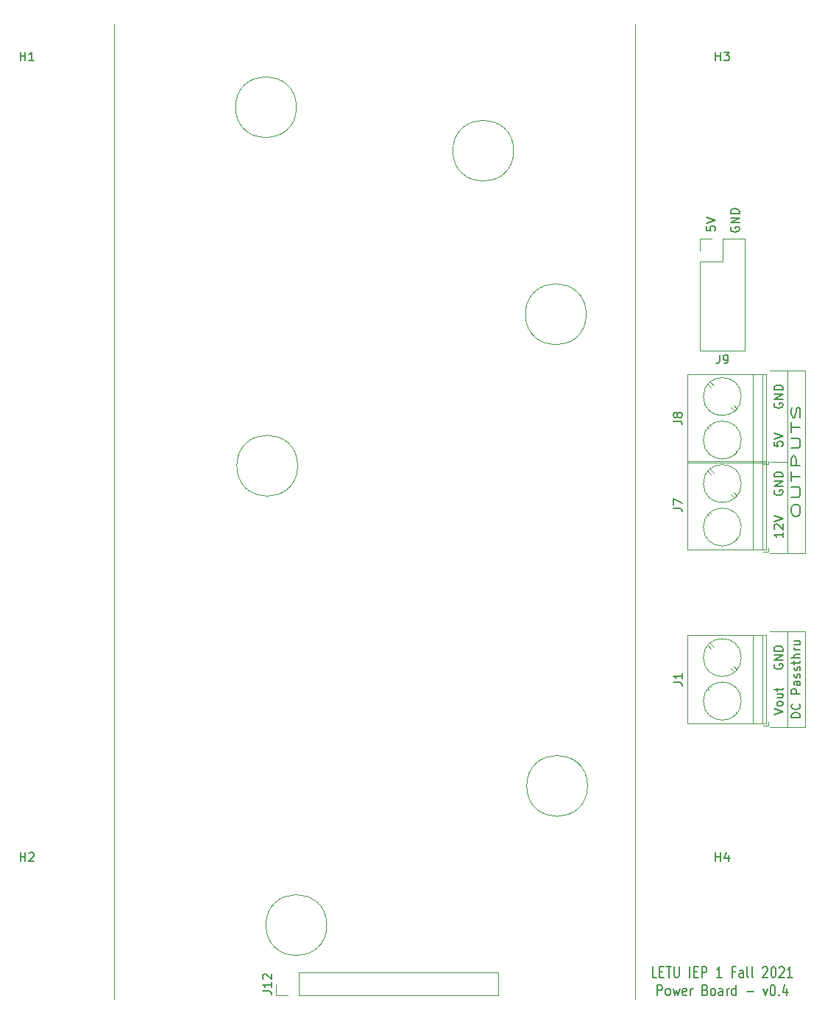
<source format=gto>
G04 #@! TF.GenerationSoftware,KiCad,Pcbnew,5.1.10*
G04 #@! TF.CreationDate,2021-06-29T02:57:08-05:00*
G04 #@! TF.ProjectId,Power Board,506f7765-7220-4426-9f61-72642e6b6963,rev?*
G04 #@! TF.SameCoordinates,Original*
G04 #@! TF.FileFunction,Legend,Top*
G04 #@! TF.FilePolarity,Positive*
%FSLAX46Y46*%
G04 Gerber Fmt 4.6, Leading zero omitted, Abs format (unit mm)*
G04 Created by KiCad (PCBNEW 5.1.10) date 2021-06-29 02:57:08*
%MOMM*%
%LPD*%
G01*
G04 APERTURE LIST*
%ADD10C,0.200000*%
%ADD11C,0.150000*%
%ADD12C,0.120000*%
%ADD13O,1.700000X1.700000*%
%ADD14R,1.700000X1.700000*%
%ADD15O,1.950000X1.700000*%
%ADD16C,5.500000*%
%ADD17R,3.750000X3.750000*%
%ADD18C,2.600000*%
%ADD19R,2.600000X2.600000*%
%ADD20C,2.000000*%
%ADD21O,2.000000X1.700000*%
%ADD22C,10.600000*%
%ADD23C,0.900000*%
G04 APERTURE END LIST*
D10*
X99952380Y-125527976D02*
X99476190Y-125527976D01*
X99476190Y-124277976D01*
X100285714Y-124873214D02*
X100619047Y-124873214D01*
X100761904Y-125527976D02*
X100285714Y-125527976D01*
X100285714Y-124277976D01*
X100761904Y-124277976D01*
X101047619Y-124277976D02*
X101619047Y-124277976D01*
X101333333Y-125527976D02*
X101333333Y-124277976D01*
X101952380Y-124277976D02*
X101952380Y-125289880D01*
X102000000Y-125408928D01*
X102047619Y-125468452D01*
X102142857Y-125527976D01*
X102333333Y-125527976D01*
X102428571Y-125468452D01*
X102476190Y-125408928D01*
X102523809Y-125289880D01*
X102523809Y-124277976D01*
X103761904Y-125527976D02*
X103761904Y-124277976D01*
X104238095Y-124873214D02*
X104571428Y-124873214D01*
X104714285Y-125527976D02*
X104238095Y-125527976D01*
X104238095Y-124277976D01*
X104714285Y-124277976D01*
X105142857Y-125527976D02*
X105142857Y-124277976D01*
X105523809Y-124277976D01*
X105619047Y-124337500D01*
X105666666Y-124397023D01*
X105714285Y-124516071D01*
X105714285Y-124694642D01*
X105666666Y-124813690D01*
X105619047Y-124873214D01*
X105523809Y-124932738D01*
X105142857Y-124932738D01*
X107428571Y-125527976D02*
X106857142Y-125527976D01*
X107142857Y-125527976D02*
X107142857Y-124277976D01*
X107047619Y-124456547D01*
X106952380Y-124575595D01*
X106857142Y-124635119D01*
X108952380Y-124873214D02*
X108619047Y-124873214D01*
X108619047Y-125527976D02*
X108619047Y-124277976D01*
X109095238Y-124277976D01*
X109904761Y-125527976D02*
X109904761Y-124873214D01*
X109857142Y-124754166D01*
X109761904Y-124694642D01*
X109571428Y-124694642D01*
X109476190Y-124754166D01*
X109904761Y-125468452D02*
X109809523Y-125527976D01*
X109571428Y-125527976D01*
X109476190Y-125468452D01*
X109428571Y-125349404D01*
X109428571Y-125230357D01*
X109476190Y-125111309D01*
X109571428Y-125051785D01*
X109809523Y-125051785D01*
X109904761Y-124992261D01*
X110523809Y-125527976D02*
X110428571Y-125468452D01*
X110380952Y-125349404D01*
X110380952Y-124277976D01*
X111047619Y-125527976D02*
X110952380Y-125468452D01*
X110904761Y-125349404D01*
X110904761Y-124277976D01*
X112142857Y-124397023D02*
X112190476Y-124337500D01*
X112285714Y-124277976D01*
X112523809Y-124277976D01*
X112619047Y-124337500D01*
X112666666Y-124397023D01*
X112714285Y-124516071D01*
X112714285Y-124635119D01*
X112666666Y-124813690D01*
X112095238Y-125527976D01*
X112714285Y-125527976D01*
X113333333Y-124277976D02*
X113428571Y-124277976D01*
X113523809Y-124337500D01*
X113571428Y-124397023D01*
X113619047Y-124516071D01*
X113666666Y-124754166D01*
X113666666Y-125051785D01*
X113619047Y-125289880D01*
X113571428Y-125408928D01*
X113523809Y-125468452D01*
X113428571Y-125527976D01*
X113333333Y-125527976D01*
X113238095Y-125468452D01*
X113190476Y-125408928D01*
X113142857Y-125289880D01*
X113095238Y-125051785D01*
X113095238Y-124754166D01*
X113142857Y-124516071D01*
X113190476Y-124397023D01*
X113238095Y-124337500D01*
X113333333Y-124277976D01*
X114047619Y-124397023D02*
X114095238Y-124337500D01*
X114190476Y-124277976D01*
X114428571Y-124277976D01*
X114523809Y-124337500D01*
X114571428Y-124397023D01*
X114619047Y-124516071D01*
X114619047Y-124635119D01*
X114571428Y-124813690D01*
X114000000Y-125527976D01*
X114619047Y-125527976D01*
X115571428Y-125527976D02*
X115000000Y-125527976D01*
X115285714Y-125527976D02*
X115285714Y-124277976D01*
X115190476Y-124456547D01*
X115095238Y-124575595D01*
X115000000Y-124635119D01*
X100023809Y-127602976D02*
X100023809Y-126352976D01*
X100404761Y-126352976D01*
X100500000Y-126412500D01*
X100547619Y-126472023D01*
X100595238Y-126591071D01*
X100595238Y-126769642D01*
X100547619Y-126888690D01*
X100500000Y-126948214D01*
X100404761Y-127007738D01*
X100023809Y-127007738D01*
X101166666Y-127602976D02*
X101071428Y-127543452D01*
X101023809Y-127483928D01*
X100976190Y-127364880D01*
X100976190Y-127007738D01*
X101023809Y-126888690D01*
X101071428Y-126829166D01*
X101166666Y-126769642D01*
X101309523Y-126769642D01*
X101404761Y-126829166D01*
X101452380Y-126888690D01*
X101500000Y-127007738D01*
X101500000Y-127364880D01*
X101452380Y-127483928D01*
X101404761Y-127543452D01*
X101309523Y-127602976D01*
X101166666Y-127602976D01*
X101833333Y-126769642D02*
X102023809Y-127602976D01*
X102214285Y-127007738D01*
X102404761Y-127602976D01*
X102595238Y-126769642D01*
X103357142Y-127543452D02*
X103261904Y-127602976D01*
X103071428Y-127602976D01*
X102976190Y-127543452D01*
X102928571Y-127424404D01*
X102928571Y-126948214D01*
X102976190Y-126829166D01*
X103071428Y-126769642D01*
X103261904Y-126769642D01*
X103357142Y-126829166D01*
X103404761Y-126948214D01*
X103404761Y-127067261D01*
X102928571Y-127186309D01*
X103833333Y-127602976D02*
X103833333Y-126769642D01*
X103833333Y-127007738D02*
X103880952Y-126888690D01*
X103928571Y-126829166D01*
X104023809Y-126769642D01*
X104119047Y-126769642D01*
X105547619Y-126948214D02*
X105690476Y-127007738D01*
X105738095Y-127067261D01*
X105785714Y-127186309D01*
X105785714Y-127364880D01*
X105738095Y-127483928D01*
X105690476Y-127543452D01*
X105595238Y-127602976D01*
X105214285Y-127602976D01*
X105214285Y-126352976D01*
X105547619Y-126352976D01*
X105642857Y-126412500D01*
X105690476Y-126472023D01*
X105738095Y-126591071D01*
X105738095Y-126710119D01*
X105690476Y-126829166D01*
X105642857Y-126888690D01*
X105547619Y-126948214D01*
X105214285Y-126948214D01*
X106357142Y-127602976D02*
X106261904Y-127543452D01*
X106214285Y-127483928D01*
X106166666Y-127364880D01*
X106166666Y-127007738D01*
X106214285Y-126888690D01*
X106261904Y-126829166D01*
X106357142Y-126769642D01*
X106500000Y-126769642D01*
X106595238Y-126829166D01*
X106642857Y-126888690D01*
X106690476Y-127007738D01*
X106690476Y-127364880D01*
X106642857Y-127483928D01*
X106595238Y-127543452D01*
X106500000Y-127602976D01*
X106357142Y-127602976D01*
X107547619Y-127602976D02*
X107547619Y-126948214D01*
X107500000Y-126829166D01*
X107404761Y-126769642D01*
X107214285Y-126769642D01*
X107119047Y-126829166D01*
X107547619Y-127543452D02*
X107452380Y-127602976D01*
X107214285Y-127602976D01*
X107119047Y-127543452D01*
X107071428Y-127424404D01*
X107071428Y-127305357D01*
X107119047Y-127186309D01*
X107214285Y-127126785D01*
X107452380Y-127126785D01*
X107547619Y-127067261D01*
X108023809Y-127602976D02*
X108023809Y-126769642D01*
X108023809Y-127007738D02*
X108071428Y-126888690D01*
X108119047Y-126829166D01*
X108214285Y-126769642D01*
X108309523Y-126769642D01*
X109071428Y-127602976D02*
X109071428Y-126352976D01*
X109071428Y-127543452D02*
X108976190Y-127602976D01*
X108785714Y-127602976D01*
X108690476Y-127543452D01*
X108642857Y-127483928D01*
X108595238Y-127364880D01*
X108595238Y-127007738D01*
X108642857Y-126888690D01*
X108690476Y-126829166D01*
X108785714Y-126769642D01*
X108976190Y-126769642D01*
X109071428Y-126829166D01*
X110309523Y-127126785D02*
X111071428Y-127126785D01*
X112214285Y-126769642D02*
X112452380Y-127602976D01*
X112690476Y-126769642D01*
X113261904Y-126352976D02*
X113357142Y-126352976D01*
X113452380Y-126412500D01*
X113500000Y-126472023D01*
X113547619Y-126591071D01*
X113595238Y-126829166D01*
X113595238Y-127126785D01*
X113547619Y-127364880D01*
X113500000Y-127483928D01*
X113452380Y-127543452D01*
X113357142Y-127602976D01*
X113261904Y-127602976D01*
X113166666Y-127543452D01*
X113119047Y-127483928D01*
X113071428Y-127364880D01*
X113023809Y-127126785D01*
X113023809Y-126829166D01*
X113071428Y-126591071D01*
X113119047Y-126472023D01*
X113166666Y-126412500D01*
X113261904Y-126352976D01*
X114023809Y-127483928D02*
X114071428Y-127543452D01*
X114023809Y-127602976D01*
X113976190Y-127543452D01*
X114023809Y-127483928D01*
X114023809Y-127602976D01*
X114928571Y-126769642D02*
X114928571Y-127602976D01*
X114690476Y-126293452D02*
X114452380Y-127186309D01*
X115071428Y-127186309D01*
D11*
X116452380Y-95654761D02*
X115452380Y-95654761D01*
X115452380Y-95416666D01*
X115500000Y-95273809D01*
X115595238Y-95178571D01*
X115690476Y-95130952D01*
X115880952Y-95083333D01*
X116023809Y-95083333D01*
X116214285Y-95130952D01*
X116309523Y-95178571D01*
X116404761Y-95273809D01*
X116452380Y-95416666D01*
X116452380Y-95654761D01*
X116357142Y-94083333D02*
X116404761Y-94130952D01*
X116452380Y-94273809D01*
X116452380Y-94369047D01*
X116404761Y-94511904D01*
X116309523Y-94607142D01*
X116214285Y-94654761D01*
X116023809Y-94702380D01*
X115880952Y-94702380D01*
X115690476Y-94654761D01*
X115595238Y-94607142D01*
X115500000Y-94511904D01*
X115452380Y-94369047D01*
X115452380Y-94273809D01*
X115500000Y-94130952D01*
X115547619Y-94083333D01*
X116452380Y-92892857D02*
X115452380Y-92892857D01*
X115452380Y-92511904D01*
X115500000Y-92416666D01*
X115547619Y-92369047D01*
X115642857Y-92321428D01*
X115785714Y-92321428D01*
X115880952Y-92369047D01*
X115928571Y-92416666D01*
X115976190Y-92511904D01*
X115976190Y-92892857D01*
X116452380Y-91464285D02*
X115928571Y-91464285D01*
X115833333Y-91511904D01*
X115785714Y-91607142D01*
X115785714Y-91797619D01*
X115833333Y-91892857D01*
X116404761Y-91464285D02*
X116452380Y-91559523D01*
X116452380Y-91797619D01*
X116404761Y-91892857D01*
X116309523Y-91940476D01*
X116214285Y-91940476D01*
X116119047Y-91892857D01*
X116071428Y-91797619D01*
X116071428Y-91559523D01*
X116023809Y-91464285D01*
X116404761Y-91035714D02*
X116452380Y-90940476D01*
X116452380Y-90750000D01*
X116404761Y-90654761D01*
X116309523Y-90607142D01*
X116261904Y-90607142D01*
X116166666Y-90654761D01*
X116119047Y-90750000D01*
X116119047Y-90892857D01*
X116071428Y-90988095D01*
X115976190Y-91035714D01*
X115928571Y-91035714D01*
X115833333Y-90988095D01*
X115785714Y-90892857D01*
X115785714Y-90750000D01*
X115833333Y-90654761D01*
X116404761Y-90226190D02*
X116452380Y-90130952D01*
X116452380Y-89940476D01*
X116404761Y-89845238D01*
X116309523Y-89797619D01*
X116261904Y-89797619D01*
X116166666Y-89845238D01*
X116119047Y-89940476D01*
X116119047Y-90083333D01*
X116071428Y-90178571D01*
X115976190Y-90226190D01*
X115928571Y-90226190D01*
X115833333Y-90178571D01*
X115785714Y-90083333D01*
X115785714Y-89940476D01*
X115833333Y-89845238D01*
X115785714Y-89511904D02*
X115785714Y-89130952D01*
X115452380Y-89369047D02*
X116309523Y-89369047D01*
X116404761Y-89321428D01*
X116452380Y-89226190D01*
X116452380Y-89130952D01*
X116452380Y-88797619D02*
X115452380Y-88797619D01*
X116452380Y-88369047D02*
X115928571Y-88369047D01*
X115833333Y-88416666D01*
X115785714Y-88511904D01*
X115785714Y-88654761D01*
X115833333Y-88750000D01*
X115880952Y-88797619D01*
X116452380Y-87892857D02*
X115785714Y-87892857D01*
X115976190Y-87892857D02*
X115880952Y-87845238D01*
X115833333Y-87797619D01*
X115785714Y-87702380D01*
X115785714Y-87607142D01*
X115785714Y-86845238D02*
X116452380Y-86845238D01*
X115785714Y-87273809D02*
X116309523Y-87273809D01*
X116404761Y-87226190D01*
X116452380Y-87130952D01*
X116452380Y-86988095D01*
X116404761Y-86892857D01*
X116357142Y-86845238D01*
D12*
X117000000Y-96750000D02*
X115000000Y-96750000D01*
X117000000Y-85750000D02*
X117000000Y-96750000D01*
X115000000Y-85750000D02*
X117000000Y-85750000D01*
X115000000Y-96750000D02*
X113000000Y-96750000D01*
X115000000Y-85750000D02*
X115000000Y-96750000D01*
X113000000Y-85750000D02*
X115000000Y-85750000D01*
D11*
X115452380Y-72011904D02*
X115452380Y-71630952D01*
X115500000Y-71440476D01*
X115595238Y-71250000D01*
X115785714Y-71154761D01*
X116119047Y-71154761D01*
X116309523Y-71250000D01*
X116404761Y-71440476D01*
X116452380Y-71630952D01*
X116452380Y-72011904D01*
X116404761Y-72202380D01*
X116309523Y-72392857D01*
X116119047Y-72488095D01*
X115785714Y-72488095D01*
X115595238Y-72392857D01*
X115500000Y-72202380D01*
X115452380Y-72011904D01*
X115452380Y-70297619D02*
X116261904Y-70297619D01*
X116357142Y-70202380D01*
X116404761Y-70107142D01*
X116452380Y-69916666D01*
X116452380Y-69535714D01*
X116404761Y-69345238D01*
X116357142Y-69250000D01*
X116261904Y-69154761D01*
X115452380Y-69154761D01*
X115452380Y-68488095D02*
X115452380Y-67345238D01*
X116452380Y-67916666D02*
X115452380Y-67916666D01*
X116452380Y-66678571D02*
X115452380Y-66678571D01*
X115452380Y-65916666D01*
X115500000Y-65726190D01*
X115547619Y-65630952D01*
X115642857Y-65535714D01*
X115785714Y-65535714D01*
X115880952Y-65630952D01*
X115928571Y-65726190D01*
X115976190Y-65916666D01*
X115976190Y-66678571D01*
X115452380Y-64678571D02*
X116261904Y-64678571D01*
X116357142Y-64583333D01*
X116404761Y-64488095D01*
X116452380Y-64297619D01*
X116452380Y-63916666D01*
X116404761Y-63726190D01*
X116357142Y-63630952D01*
X116261904Y-63535714D01*
X115452380Y-63535714D01*
X115452380Y-62869047D02*
X115452380Y-61726190D01*
X116452380Y-62297619D02*
X115452380Y-62297619D01*
X116404761Y-61154761D02*
X116452380Y-60869047D01*
X116452380Y-60392857D01*
X116404761Y-60202380D01*
X116357142Y-60107142D01*
X116261904Y-60011904D01*
X116166666Y-60011904D01*
X116071428Y-60107142D01*
X116023809Y-60202380D01*
X115976190Y-60392857D01*
X115928571Y-60773809D01*
X115880952Y-60964285D01*
X115833333Y-61059523D01*
X115738095Y-61154761D01*
X115642857Y-61154761D01*
X115547619Y-61059523D01*
X115500000Y-60964285D01*
X115452380Y-60773809D01*
X115452380Y-60297619D01*
X115500000Y-60011904D01*
D12*
X117000000Y-55750000D02*
X115000000Y-55750000D01*
X117000000Y-76750000D02*
X117000000Y-55750000D01*
X115000000Y-76750000D02*
X117000000Y-76750000D01*
X115000000Y-66250000D02*
X113000000Y-66250000D01*
X115000000Y-55750000D02*
X113000000Y-55750000D01*
X115000000Y-76750000D02*
X115000000Y-55750000D01*
X113000000Y-76750000D02*
X115000000Y-76750000D01*
D11*
X113452380Y-95273809D02*
X114452380Y-94940476D01*
X113452380Y-94607142D01*
X114452380Y-94130952D02*
X114404761Y-94226190D01*
X114357142Y-94273809D01*
X114261904Y-94321428D01*
X113976190Y-94321428D01*
X113880952Y-94273809D01*
X113833333Y-94226190D01*
X113785714Y-94130952D01*
X113785714Y-93988095D01*
X113833333Y-93892857D01*
X113880952Y-93845238D01*
X113976190Y-93797619D01*
X114261904Y-93797619D01*
X114357142Y-93845238D01*
X114404761Y-93892857D01*
X114452380Y-93988095D01*
X114452380Y-94130952D01*
X113785714Y-92940476D02*
X114452380Y-92940476D01*
X113785714Y-93369047D02*
X114309523Y-93369047D01*
X114404761Y-93321428D01*
X114452380Y-93226190D01*
X114452380Y-93083333D01*
X114404761Y-92988095D01*
X114357142Y-92940476D01*
X113785714Y-92607142D02*
X113785714Y-92226190D01*
X113452380Y-92464285D02*
X114309523Y-92464285D01*
X114404761Y-92416666D01*
X114452380Y-92321428D01*
X114452380Y-92226190D01*
X113500000Y-89511904D02*
X113452380Y-89607142D01*
X113452380Y-89750000D01*
X113500000Y-89892857D01*
X113595238Y-89988095D01*
X113690476Y-90035714D01*
X113880952Y-90083333D01*
X114023809Y-90083333D01*
X114214285Y-90035714D01*
X114309523Y-89988095D01*
X114404761Y-89892857D01*
X114452380Y-89750000D01*
X114452380Y-89654761D01*
X114404761Y-89511904D01*
X114357142Y-89464285D01*
X114023809Y-89464285D01*
X114023809Y-89654761D01*
X114452380Y-89035714D02*
X113452380Y-89035714D01*
X114452380Y-88464285D01*
X113452380Y-88464285D01*
X114452380Y-87988095D02*
X113452380Y-87988095D01*
X113452380Y-87750000D01*
X113500000Y-87607142D01*
X113595238Y-87511904D01*
X113690476Y-87464285D01*
X113880952Y-87416666D01*
X114023809Y-87416666D01*
X114214285Y-87464285D01*
X114309523Y-87511904D01*
X114404761Y-87607142D01*
X114452380Y-87750000D01*
X114452380Y-87988095D01*
X114452380Y-74369047D02*
X114452380Y-74940476D01*
X114452380Y-74654761D02*
X113452380Y-74654761D01*
X113595238Y-74750000D01*
X113690476Y-74845238D01*
X113738095Y-74940476D01*
X113547619Y-73988095D02*
X113500000Y-73940476D01*
X113452380Y-73845238D01*
X113452380Y-73607142D01*
X113500000Y-73511904D01*
X113547619Y-73464285D01*
X113642857Y-73416666D01*
X113738095Y-73416666D01*
X113880952Y-73464285D01*
X114452380Y-74035714D01*
X114452380Y-73416666D01*
X113452380Y-73130952D02*
X114452380Y-72797619D01*
X113452380Y-72464285D01*
X113500000Y-69511904D02*
X113452380Y-69607142D01*
X113452380Y-69750000D01*
X113500000Y-69892857D01*
X113595238Y-69988095D01*
X113690476Y-70035714D01*
X113880952Y-70083333D01*
X114023809Y-70083333D01*
X114214285Y-70035714D01*
X114309523Y-69988095D01*
X114404761Y-69892857D01*
X114452380Y-69750000D01*
X114452380Y-69654761D01*
X114404761Y-69511904D01*
X114357142Y-69464285D01*
X114023809Y-69464285D01*
X114023809Y-69654761D01*
X114452380Y-69035714D02*
X113452380Y-69035714D01*
X114452380Y-68464285D01*
X113452380Y-68464285D01*
X114452380Y-67988095D02*
X113452380Y-67988095D01*
X113452380Y-67750000D01*
X113500000Y-67607142D01*
X113595238Y-67511904D01*
X113690476Y-67464285D01*
X113880952Y-67416666D01*
X114023809Y-67416666D01*
X114214285Y-67464285D01*
X114309523Y-67511904D01*
X114404761Y-67607142D01*
X114452380Y-67750000D01*
X114452380Y-67988095D01*
X113500000Y-59511904D02*
X113452380Y-59607142D01*
X113452380Y-59750000D01*
X113500000Y-59892857D01*
X113595238Y-59988095D01*
X113690476Y-60035714D01*
X113880952Y-60083333D01*
X114023809Y-60083333D01*
X114214285Y-60035714D01*
X114309523Y-59988095D01*
X114404761Y-59892857D01*
X114452380Y-59750000D01*
X114452380Y-59654761D01*
X114404761Y-59511904D01*
X114357142Y-59464285D01*
X114023809Y-59464285D01*
X114023809Y-59654761D01*
X114452380Y-59035714D02*
X113452380Y-59035714D01*
X114452380Y-58464285D01*
X113452380Y-58464285D01*
X114452380Y-57988095D02*
X113452380Y-57988095D01*
X113452380Y-57750000D01*
X113500000Y-57607142D01*
X113595238Y-57511904D01*
X113690476Y-57464285D01*
X113880952Y-57416666D01*
X114023809Y-57416666D01*
X114214285Y-57464285D01*
X114309523Y-57511904D01*
X114404761Y-57607142D01*
X114452380Y-57750000D01*
X114452380Y-57988095D01*
X113452380Y-63940476D02*
X113452380Y-64416666D01*
X113928571Y-64464285D01*
X113880952Y-64416666D01*
X113833333Y-64321428D01*
X113833333Y-64083333D01*
X113880952Y-63988095D01*
X113928571Y-63940476D01*
X114023809Y-63892857D01*
X114261904Y-63892857D01*
X114357142Y-63940476D01*
X114404761Y-63988095D01*
X114452380Y-64083333D01*
X114452380Y-64321428D01*
X114404761Y-64416666D01*
X114357142Y-64464285D01*
X113452380Y-63607142D02*
X114452380Y-63273809D01*
X113452380Y-62940476D01*
X105702380Y-39190476D02*
X105702380Y-39666666D01*
X106178571Y-39714285D01*
X106130952Y-39666666D01*
X106083333Y-39571428D01*
X106083333Y-39333333D01*
X106130952Y-39238095D01*
X106178571Y-39190476D01*
X106273809Y-39142857D01*
X106511904Y-39142857D01*
X106607142Y-39190476D01*
X106654761Y-39238095D01*
X106702380Y-39333333D01*
X106702380Y-39571428D01*
X106654761Y-39666666D01*
X106607142Y-39714285D01*
X105702380Y-38857142D02*
X106702380Y-38523809D01*
X105702380Y-38190476D01*
X108500000Y-39261904D02*
X108452380Y-39357142D01*
X108452380Y-39500000D01*
X108500000Y-39642857D01*
X108595238Y-39738095D01*
X108690476Y-39785714D01*
X108880952Y-39833333D01*
X109023809Y-39833333D01*
X109214285Y-39785714D01*
X109309523Y-39738095D01*
X109404761Y-39642857D01*
X109452380Y-39500000D01*
X109452380Y-39404761D01*
X109404761Y-39261904D01*
X109357142Y-39214285D01*
X109023809Y-39214285D01*
X109023809Y-39404761D01*
X109452380Y-38785714D02*
X108452380Y-38785714D01*
X109452380Y-38214285D01*
X108452380Y-38214285D01*
X109452380Y-37738095D02*
X108452380Y-37738095D01*
X108452380Y-37500000D01*
X108500000Y-37357142D01*
X108595238Y-37261904D01*
X108690476Y-37214285D01*
X108880952Y-37166666D01*
X109023809Y-37166666D01*
X109214285Y-37214285D01*
X109309523Y-37261904D01*
X109404761Y-37357142D01*
X109452380Y-37500000D01*
X109452380Y-37738095D01*
D12*
X97500000Y-128000000D02*
X97500000Y-16000000D01*
X37500000Y-16000000D02*
X37500000Y-128000000D01*
X56170000Y-127580000D02*
X56170000Y-126250000D01*
X57500000Y-127580000D02*
X56170000Y-127580000D01*
X58770000Y-127580000D02*
X58770000Y-124920000D01*
X58770000Y-124920000D02*
X81690000Y-124920000D01*
X58770000Y-127580000D02*
X81690000Y-127580000D01*
X81690000Y-127580000D02*
X81690000Y-124920000D01*
X104920000Y-53450000D02*
X110120000Y-53450000D01*
X104920000Y-43230000D02*
X104920000Y-53450000D01*
X110120000Y-40630000D02*
X110120000Y-53450000D01*
X104920000Y-43230000D02*
X107520000Y-43230000D01*
X107520000Y-43230000D02*
X107520000Y-40630000D01*
X107520000Y-40630000D02*
X110120000Y-40630000D01*
X104920000Y-41960000D02*
X104920000Y-40630000D01*
X104920000Y-40630000D02*
X106250000Y-40630000D01*
X58500000Y-25500000D02*
G75*
G03*
X58500000Y-25500000I-3500000J0D01*
G01*
X83500000Y-30500000D02*
G75*
G03*
X83500000Y-30500000I-3500000J0D01*
G01*
X92000000Y-103500000D02*
G75*
G03*
X92000000Y-103500000I-3500000J0D01*
G01*
X62000000Y-119500000D02*
G75*
G03*
X62000000Y-119500000I-3500000J0D01*
G01*
X58650000Y-66700000D02*
G75*
G03*
X58650000Y-66700000I-3500000J0D01*
G01*
X91850000Y-49300000D02*
G75*
G03*
X91850000Y-49300000I-3500000J0D01*
G01*
X109680000Y-63750000D02*
G75*
G03*
X109680000Y-63750000I-2180000J0D01*
G01*
X109680000Y-58750000D02*
G75*
G03*
X109680000Y-58750000I-2180000J0D01*
G01*
X112100000Y-66310000D02*
X112100000Y-56190000D01*
X111000000Y-66310000D02*
X111000000Y-56190000D01*
X103440000Y-66310000D02*
X103440000Y-56190000D01*
X112560000Y-66310000D02*
X112560000Y-56190000D01*
X103440000Y-66310000D02*
X112560000Y-66310000D01*
X103440000Y-56190000D02*
X112560000Y-56190000D01*
X106112000Y-62096000D02*
X106219000Y-62203000D01*
X109047000Y-65032000D02*
X109154000Y-65138000D01*
X105846000Y-62362000D02*
X105953000Y-62469000D01*
X108781000Y-65298000D02*
X108888000Y-65404000D01*
X106112000Y-57096000D02*
X106508000Y-57491000D01*
X108774000Y-59757000D02*
X109154000Y-60137000D01*
X105846000Y-57362000D02*
X106226000Y-57742000D01*
X108492000Y-60008000D02*
X108888000Y-60403000D01*
X112160000Y-66550000D02*
X112800000Y-66550000D01*
X112800000Y-66550000D02*
X112800000Y-66150000D01*
X109680000Y-73750000D02*
G75*
G03*
X109680000Y-73750000I-2180000J0D01*
G01*
X109680000Y-68750000D02*
G75*
G03*
X109680000Y-68750000I-2180000J0D01*
G01*
X112100000Y-76310000D02*
X112100000Y-66190000D01*
X111000000Y-76310000D02*
X111000000Y-66190000D01*
X103440000Y-76310000D02*
X103440000Y-66190000D01*
X112560000Y-76310000D02*
X112560000Y-66190000D01*
X103440000Y-76310000D02*
X112560000Y-76310000D01*
X103440000Y-66190000D02*
X112560000Y-66190000D01*
X106112000Y-72096000D02*
X106219000Y-72203000D01*
X109047000Y-75032000D02*
X109154000Y-75138000D01*
X105846000Y-72362000D02*
X105953000Y-72469000D01*
X108781000Y-75298000D02*
X108888000Y-75404000D01*
X106112000Y-67096000D02*
X106508000Y-67491000D01*
X108774000Y-69757000D02*
X109154000Y-70137000D01*
X105846000Y-67362000D02*
X106226000Y-67742000D01*
X108492000Y-70008000D02*
X108888000Y-70403000D01*
X112160000Y-76550000D02*
X112800000Y-76550000D01*
X112800000Y-76550000D02*
X112800000Y-76150000D01*
X109680000Y-93750000D02*
G75*
G03*
X109680000Y-93750000I-2180000J0D01*
G01*
X109680000Y-88750000D02*
G75*
G03*
X109680000Y-88750000I-2180000J0D01*
G01*
X112100000Y-96310000D02*
X112100000Y-86190000D01*
X111000000Y-96310000D02*
X111000000Y-86190000D01*
X103440000Y-96310000D02*
X103440000Y-86190000D01*
X112560000Y-96310000D02*
X112560000Y-86190000D01*
X103440000Y-96310000D02*
X112560000Y-96310000D01*
X103440000Y-86190000D02*
X112560000Y-86190000D01*
X106112000Y-92096000D02*
X106219000Y-92203000D01*
X109047000Y-95032000D02*
X109154000Y-95138000D01*
X105846000Y-92362000D02*
X105953000Y-92469000D01*
X108781000Y-95298000D02*
X108888000Y-95404000D01*
X106112000Y-87096000D02*
X106508000Y-87491000D01*
X108774000Y-89757000D02*
X109154000Y-90137000D01*
X105846000Y-87362000D02*
X106226000Y-87742000D01*
X108492000Y-90008000D02*
X108888000Y-90403000D01*
X112160000Y-96550000D02*
X112800000Y-96550000D01*
X112800000Y-96550000D02*
X112800000Y-96150000D01*
D11*
X54622380Y-127059523D02*
X55336666Y-127059523D01*
X55479523Y-127107142D01*
X55574761Y-127202380D01*
X55622380Y-127345238D01*
X55622380Y-127440476D01*
X55622380Y-126059523D02*
X55622380Y-126630952D01*
X55622380Y-126345238D02*
X54622380Y-126345238D01*
X54765238Y-126440476D01*
X54860476Y-126535714D01*
X54908095Y-126630952D01*
X54717619Y-125678571D02*
X54670000Y-125630952D01*
X54622380Y-125535714D01*
X54622380Y-125297619D01*
X54670000Y-125202380D01*
X54717619Y-125154761D01*
X54812857Y-125107142D01*
X54908095Y-125107142D01*
X55050952Y-125154761D01*
X55622380Y-125726190D01*
X55622380Y-125107142D01*
X107166666Y-53952380D02*
X107166666Y-54666666D01*
X107119047Y-54809523D01*
X107023809Y-54904761D01*
X106880952Y-54952380D01*
X106785714Y-54952380D01*
X107690476Y-54952380D02*
X107880952Y-54952380D01*
X107976190Y-54904761D01*
X108023809Y-54857142D01*
X108119047Y-54714285D01*
X108166666Y-54523809D01*
X108166666Y-54142857D01*
X108119047Y-54047619D01*
X108071428Y-54000000D01*
X107976190Y-53952380D01*
X107785714Y-53952380D01*
X107690476Y-54000000D01*
X107642857Y-54047619D01*
X107595238Y-54142857D01*
X107595238Y-54380952D01*
X107642857Y-54476190D01*
X107690476Y-54523809D01*
X107785714Y-54571428D01*
X107976190Y-54571428D01*
X108071428Y-54523809D01*
X108119047Y-54476190D01*
X108166666Y-54380952D01*
X101892380Y-61583333D02*
X102606666Y-61583333D01*
X102749523Y-61630952D01*
X102844761Y-61726190D01*
X102892380Y-61869047D01*
X102892380Y-61964285D01*
X102320952Y-60964285D02*
X102273333Y-61059523D01*
X102225714Y-61107142D01*
X102130476Y-61154761D01*
X102082857Y-61154761D01*
X101987619Y-61107142D01*
X101940000Y-61059523D01*
X101892380Y-60964285D01*
X101892380Y-60773809D01*
X101940000Y-60678571D01*
X101987619Y-60630952D01*
X102082857Y-60583333D01*
X102130476Y-60583333D01*
X102225714Y-60630952D01*
X102273333Y-60678571D01*
X102320952Y-60773809D01*
X102320952Y-60964285D01*
X102368571Y-61059523D01*
X102416190Y-61107142D01*
X102511428Y-61154761D01*
X102701904Y-61154761D01*
X102797142Y-61107142D01*
X102844761Y-61059523D01*
X102892380Y-60964285D01*
X102892380Y-60773809D01*
X102844761Y-60678571D01*
X102797142Y-60630952D01*
X102701904Y-60583333D01*
X102511428Y-60583333D01*
X102416190Y-60630952D01*
X102368571Y-60678571D01*
X102320952Y-60773809D01*
X101892380Y-71583333D02*
X102606666Y-71583333D01*
X102749523Y-71630952D01*
X102844761Y-71726190D01*
X102892380Y-71869047D01*
X102892380Y-71964285D01*
X101892380Y-71202380D02*
X101892380Y-70535714D01*
X102892380Y-70964285D01*
X101892380Y-91583333D02*
X102606666Y-91583333D01*
X102749523Y-91630952D01*
X102844761Y-91726190D01*
X102892380Y-91869047D01*
X102892380Y-91964285D01*
X102892380Y-90583333D02*
X102892380Y-91154761D01*
X102892380Y-90869047D02*
X101892380Y-90869047D01*
X102035238Y-90964285D01*
X102130476Y-91059523D01*
X102178095Y-91154761D01*
X106738095Y-112152380D02*
X106738095Y-111152380D01*
X106738095Y-111628571D02*
X107309523Y-111628571D01*
X107309523Y-112152380D02*
X107309523Y-111152380D01*
X108214285Y-111485714D02*
X108214285Y-112152380D01*
X107976190Y-111104761D02*
X107738095Y-111819047D01*
X108357142Y-111819047D01*
X106738095Y-20152380D02*
X106738095Y-19152380D01*
X106738095Y-19628571D02*
X107309523Y-19628571D01*
X107309523Y-20152380D02*
X107309523Y-19152380D01*
X107690476Y-19152380D02*
X108309523Y-19152380D01*
X107976190Y-19533333D01*
X108119047Y-19533333D01*
X108214285Y-19580952D01*
X108261904Y-19628571D01*
X108309523Y-19723809D01*
X108309523Y-19961904D01*
X108261904Y-20057142D01*
X108214285Y-20104761D01*
X108119047Y-20152380D01*
X107833333Y-20152380D01*
X107738095Y-20104761D01*
X107690476Y-20057142D01*
X26738095Y-112152380D02*
X26738095Y-111152380D01*
X26738095Y-111628571D02*
X27309523Y-111628571D01*
X27309523Y-112152380D02*
X27309523Y-111152380D01*
X27738095Y-111247619D02*
X27785714Y-111200000D01*
X27880952Y-111152380D01*
X28119047Y-111152380D01*
X28214285Y-111200000D01*
X28261904Y-111247619D01*
X28309523Y-111342857D01*
X28309523Y-111438095D01*
X28261904Y-111580952D01*
X27690476Y-112152380D01*
X28309523Y-112152380D01*
X26738095Y-20152380D02*
X26738095Y-19152380D01*
X26738095Y-19628571D02*
X27309523Y-19628571D01*
X27309523Y-20152380D02*
X27309523Y-19152380D01*
X28309523Y-20152380D02*
X27738095Y-20152380D01*
X28023809Y-20152380D02*
X28023809Y-19152380D01*
X27928571Y-19295238D01*
X27833333Y-19390476D01*
X27738095Y-19438095D01*
%LPC*%
D13*
X80360000Y-126250000D03*
X77820000Y-126250000D03*
X75280000Y-126250000D03*
X72740000Y-126250000D03*
X70200000Y-126250000D03*
X67660000Y-126250000D03*
X65120000Y-126250000D03*
X62580000Y-126250000D03*
X60040000Y-126250000D03*
D14*
X57500000Y-126250000D03*
D13*
X108790000Y-52120000D03*
X106250000Y-52120000D03*
X108790000Y-49580000D03*
X106250000Y-49580000D03*
X108790000Y-47040000D03*
X106250000Y-47040000D03*
X108790000Y-44500000D03*
X106250000Y-44500000D03*
X108790000Y-41960000D03*
D14*
X106250000Y-41960000D03*
D15*
X42750000Y-55750000D03*
X42750000Y-53250000D03*
G36*
G01*
X42025000Y-49900000D02*
X43475000Y-49900000D01*
G75*
G02*
X43725000Y-50150000I0J-250000D01*
G01*
X43725000Y-51350000D01*
G75*
G02*
X43475000Y-51600000I-250000J0D01*
G01*
X42025000Y-51600000D01*
G75*
G02*
X41775000Y-51350000I0J250000D01*
G01*
X41775000Y-50150000D01*
G75*
G02*
X42025000Y-49900000I250000J0D01*
G01*
G37*
D16*
X80000000Y-30500000D03*
X55000000Y-25500000D03*
D17*
X91250000Y-41500000D03*
X91250000Y-19500000D03*
X43750000Y-41500000D03*
X43750000Y-19500000D03*
D18*
X41750000Y-120000000D03*
D19*
X46750000Y-120000000D03*
D17*
X53000000Y-120750000D03*
X53000000Y-102250000D03*
X94000000Y-120750000D03*
X94000000Y-102250000D03*
D16*
X88500000Y-103500000D03*
X58500000Y-119500000D03*
D17*
X93850000Y-48500000D03*
X93850000Y-67500000D03*
X49650000Y-48500000D03*
X49650000Y-67500000D03*
D16*
X55150000Y-66750000D03*
X88350000Y-49250000D03*
D20*
X94750000Y-63200000D03*
D18*
X107500000Y-58750000D03*
D19*
X107500000Y-63750000D03*
D18*
X107500000Y-68750000D03*
D19*
X107500000Y-73750000D03*
D21*
X42750000Y-67250000D03*
G36*
G01*
X42000000Y-63900000D02*
X43500000Y-63900000D01*
G75*
G02*
X43750000Y-64150000I0J-250000D01*
G01*
X43750000Y-65350000D01*
G75*
G02*
X43500000Y-65600000I-250000J0D01*
G01*
X42000000Y-65600000D01*
G75*
G02*
X41750000Y-65350000I0J250000D01*
G01*
X41750000Y-64150000D01*
G75*
G02*
X42000000Y-63900000I250000J0D01*
G01*
G37*
D18*
X107500000Y-88750000D03*
D19*
X107500000Y-93750000D03*
D22*
X107500000Y-118000000D03*
D23*
X111475000Y-118000000D03*
X110310749Y-120810749D03*
X107500000Y-121975000D03*
X104689251Y-120810749D03*
X103525000Y-118000000D03*
X104689251Y-115189251D03*
X107500000Y-114025000D03*
X110310749Y-115189251D03*
D22*
X107500000Y-26000000D03*
D23*
X111475000Y-26000000D03*
X110310749Y-28810749D03*
X107500000Y-29975000D03*
X104689251Y-28810749D03*
X103525000Y-26000000D03*
X104689251Y-23189251D03*
X107500000Y-22025000D03*
X110310749Y-23189251D03*
D22*
X27500000Y-118000000D03*
D23*
X31475000Y-118000000D03*
X30310749Y-120810749D03*
X27500000Y-121975000D03*
X24689251Y-120810749D03*
X23525000Y-118000000D03*
X24689251Y-115189251D03*
X27500000Y-114025000D03*
X30310749Y-115189251D03*
D22*
X27500000Y-26000000D03*
D23*
X31475000Y-26000000D03*
X30310749Y-28810749D03*
X27500000Y-29975000D03*
X24689251Y-28810749D03*
X23525000Y-26000000D03*
X24689251Y-23189251D03*
X27500000Y-22025000D03*
X30310749Y-23189251D03*
M02*

</source>
